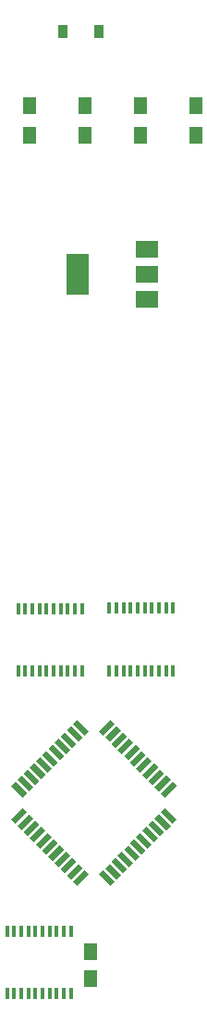
<source format=gtp>
G04 #@! TF.FileFunction,Paste,Top*
%FSLAX46Y46*%
G04 Gerber Fmt 4.6, Leading zero omitted, Abs format (unit mm)*
G04 Created by KiCad (PCBNEW 4.0.6) date 2017 May 15, Monday 05:11:45*
%MOMM*%
%LPD*%
G01*
G04 APERTURE LIST*
%ADD10C,0.100000*%
%ADD11R,0.398780X1.099820*%
%ADD12R,2.000000X3.800000*%
%ADD13R,2.000000X1.500000*%
%ADD14R,0.900000X1.200000*%
%ADD15R,1.300000X1.500000*%
%ADD16R,1.250000X1.500000*%
G04 APERTURE END LIST*
D10*
G36*
X155134134Y-107755188D02*
X155523042Y-107366280D01*
X156583702Y-108426940D01*
X156194794Y-108815848D01*
X155134134Y-107755188D01*
X155134134Y-107755188D01*
G37*
G36*
X154568449Y-108320874D02*
X154957357Y-107931966D01*
X156018017Y-108992626D01*
X155629109Y-109381534D01*
X154568449Y-108320874D01*
X154568449Y-108320874D01*
G37*
G36*
X154002764Y-108886559D02*
X154391672Y-108497651D01*
X155452332Y-109558311D01*
X155063424Y-109947219D01*
X154002764Y-108886559D01*
X154002764Y-108886559D01*
G37*
G36*
X153437078Y-109452244D02*
X153825986Y-109063336D01*
X154886646Y-110123996D01*
X154497738Y-110512904D01*
X153437078Y-109452244D01*
X153437078Y-109452244D01*
G37*
G36*
X152871393Y-110017930D02*
X153260301Y-109629022D01*
X154320961Y-110689682D01*
X153932053Y-111078590D01*
X152871393Y-110017930D01*
X152871393Y-110017930D01*
G37*
G36*
X152305707Y-110583615D02*
X152694615Y-110194707D01*
X153755275Y-111255367D01*
X153366367Y-111644275D01*
X152305707Y-110583615D01*
X152305707Y-110583615D01*
G37*
G36*
X151740022Y-111149301D02*
X152128930Y-110760393D01*
X153189590Y-111821053D01*
X152800682Y-112209961D01*
X151740022Y-111149301D01*
X151740022Y-111149301D01*
G37*
G36*
X151174336Y-111714986D02*
X151563244Y-111326078D01*
X152623904Y-112386738D01*
X152234996Y-112775646D01*
X151174336Y-111714986D01*
X151174336Y-111714986D01*
G37*
G36*
X150608651Y-112280672D02*
X150997559Y-111891764D01*
X152058219Y-112952424D01*
X151669311Y-113341332D01*
X150608651Y-112280672D01*
X150608651Y-112280672D01*
G37*
G36*
X150042966Y-112846357D02*
X150431874Y-112457449D01*
X151492534Y-113518109D01*
X151103626Y-113907017D01*
X150042966Y-112846357D01*
X150042966Y-112846357D01*
G37*
G36*
X149477280Y-113412042D02*
X149866188Y-113023134D01*
X150926848Y-114083794D01*
X150537940Y-114472702D01*
X149477280Y-113412042D01*
X149477280Y-113412042D01*
G37*
G36*
X149866188Y-116876866D02*
X149477280Y-116487958D01*
X150537940Y-115427298D01*
X150926848Y-115816206D01*
X149866188Y-116876866D01*
X149866188Y-116876866D01*
G37*
G36*
X150431874Y-117442551D02*
X150042966Y-117053643D01*
X151103626Y-115992983D01*
X151492534Y-116381891D01*
X150431874Y-117442551D01*
X150431874Y-117442551D01*
G37*
G36*
X150997559Y-118008236D02*
X150608651Y-117619328D01*
X151669311Y-116558668D01*
X152058219Y-116947576D01*
X150997559Y-118008236D01*
X150997559Y-118008236D01*
G37*
G36*
X151563244Y-118573922D02*
X151174336Y-118185014D01*
X152234996Y-117124354D01*
X152623904Y-117513262D01*
X151563244Y-118573922D01*
X151563244Y-118573922D01*
G37*
G36*
X152128930Y-119139607D02*
X151740022Y-118750699D01*
X152800682Y-117690039D01*
X153189590Y-118078947D01*
X152128930Y-119139607D01*
X152128930Y-119139607D01*
G37*
G36*
X152694615Y-119705293D02*
X152305707Y-119316385D01*
X153366367Y-118255725D01*
X153755275Y-118644633D01*
X152694615Y-119705293D01*
X152694615Y-119705293D01*
G37*
G36*
X153260301Y-120270978D02*
X152871393Y-119882070D01*
X153932053Y-118821410D01*
X154320961Y-119210318D01*
X153260301Y-120270978D01*
X153260301Y-120270978D01*
G37*
G36*
X153825986Y-120836664D02*
X153437078Y-120447756D01*
X154497738Y-119387096D01*
X154886646Y-119776004D01*
X153825986Y-120836664D01*
X153825986Y-120836664D01*
G37*
G36*
X154391672Y-121402349D02*
X154002764Y-121013441D01*
X155063424Y-119952781D01*
X155452332Y-120341689D01*
X154391672Y-121402349D01*
X154391672Y-121402349D01*
G37*
G36*
X154957357Y-121968034D02*
X154568449Y-121579126D01*
X155629109Y-120518466D01*
X156018017Y-120907374D01*
X154957357Y-121968034D01*
X154957357Y-121968034D01*
G37*
G36*
X155523042Y-122533720D02*
X155134134Y-122144812D01*
X156194794Y-121084152D01*
X156583702Y-121473060D01*
X155523042Y-122533720D01*
X155523042Y-122533720D01*
G37*
G36*
X157538298Y-121473060D02*
X157927206Y-121084152D01*
X158987866Y-122144812D01*
X158598958Y-122533720D01*
X157538298Y-121473060D01*
X157538298Y-121473060D01*
G37*
G36*
X158103983Y-120907374D02*
X158492891Y-120518466D01*
X159553551Y-121579126D01*
X159164643Y-121968034D01*
X158103983Y-120907374D01*
X158103983Y-120907374D01*
G37*
G36*
X158669668Y-120341689D02*
X159058576Y-119952781D01*
X160119236Y-121013441D01*
X159730328Y-121402349D01*
X158669668Y-120341689D01*
X158669668Y-120341689D01*
G37*
G36*
X159235354Y-119776004D02*
X159624262Y-119387096D01*
X160684922Y-120447756D01*
X160296014Y-120836664D01*
X159235354Y-119776004D01*
X159235354Y-119776004D01*
G37*
G36*
X159801039Y-119210318D02*
X160189947Y-118821410D01*
X161250607Y-119882070D01*
X160861699Y-120270978D01*
X159801039Y-119210318D01*
X159801039Y-119210318D01*
G37*
G36*
X160366725Y-118644633D02*
X160755633Y-118255725D01*
X161816293Y-119316385D01*
X161427385Y-119705293D01*
X160366725Y-118644633D01*
X160366725Y-118644633D01*
G37*
G36*
X160932410Y-118078947D02*
X161321318Y-117690039D01*
X162381978Y-118750699D01*
X161993070Y-119139607D01*
X160932410Y-118078947D01*
X160932410Y-118078947D01*
G37*
G36*
X161498096Y-117513262D02*
X161887004Y-117124354D01*
X162947664Y-118185014D01*
X162558756Y-118573922D01*
X161498096Y-117513262D01*
X161498096Y-117513262D01*
G37*
G36*
X162063781Y-116947576D02*
X162452689Y-116558668D01*
X163513349Y-117619328D01*
X163124441Y-118008236D01*
X162063781Y-116947576D01*
X162063781Y-116947576D01*
G37*
G36*
X162629466Y-116381891D02*
X163018374Y-115992983D01*
X164079034Y-117053643D01*
X163690126Y-117442551D01*
X162629466Y-116381891D01*
X162629466Y-116381891D01*
G37*
G36*
X163195152Y-115816206D02*
X163584060Y-115427298D01*
X164644720Y-116487958D01*
X164255812Y-116876866D01*
X163195152Y-115816206D01*
X163195152Y-115816206D01*
G37*
G36*
X163584060Y-114472702D02*
X163195152Y-114083794D01*
X164255812Y-113023134D01*
X164644720Y-113412042D01*
X163584060Y-114472702D01*
X163584060Y-114472702D01*
G37*
G36*
X163018374Y-113907017D02*
X162629466Y-113518109D01*
X163690126Y-112457449D01*
X164079034Y-112846357D01*
X163018374Y-113907017D01*
X163018374Y-113907017D01*
G37*
G36*
X162452689Y-113341332D02*
X162063781Y-112952424D01*
X163124441Y-111891764D01*
X163513349Y-112280672D01*
X162452689Y-113341332D01*
X162452689Y-113341332D01*
G37*
G36*
X161887004Y-112775646D02*
X161498096Y-112386738D01*
X162558756Y-111326078D01*
X162947664Y-111714986D01*
X161887004Y-112775646D01*
X161887004Y-112775646D01*
G37*
G36*
X161321318Y-112209961D02*
X160932410Y-111821053D01*
X161993070Y-110760393D01*
X162381978Y-111149301D01*
X161321318Y-112209961D01*
X161321318Y-112209961D01*
G37*
G36*
X160755633Y-111644275D02*
X160366725Y-111255367D01*
X161427385Y-110194707D01*
X161816293Y-110583615D01*
X160755633Y-111644275D01*
X160755633Y-111644275D01*
G37*
G36*
X160189947Y-111078590D02*
X159801039Y-110689682D01*
X160861699Y-109629022D01*
X161250607Y-110017930D01*
X160189947Y-111078590D01*
X160189947Y-111078590D01*
G37*
G36*
X159624262Y-110512904D02*
X159235354Y-110123996D01*
X160296014Y-109063336D01*
X160684922Y-109452244D01*
X159624262Y-110512904D01*
X159624262Y-110512904D01*
G37*
G36*
X159058576Y-109947219D02*
X158669668Y-109558311D01*
X159730328Y-108497651D01*
X160119236Y-108886559D01*
X159058576Y-109947219D01*
X159058576Y-109947219D01*
G37*
G36*
X158492891Y-109381534D02*
X158103983Y-108992626D01*
X159164643Y-107931966D01*
X159553551Y-108320874D01*
X158492891Y-109381534D01*
X158492891Y-109381534D01*
G37*
G36*
X157927206Y-108815848D02*
X157538298Y-108426940D01*
X158598958Y-107366280D01*
X158987866Y-107755188D01*
X157927206Y-108815848D01*
X157927206Y-108815848D01*
G37*
D11*
X158480760Y-102870000D03*
X159131000Y-102870000D03*
X159781240Y-102870000D03*
X160431480Y-102870000D03*
X161081720Y-102870000D03*
X161726880Y-102870000D03*
X162377120Y-102870000D03*
X163027360Y-102870000D03*
X163677600Y-102870000D03*
X164327840Y-102870000D03*
X164327840Y-97170240D03*
X163677600Y-97170240D03*
X163027360Y-97170240D03*
X162377120Y-97170240D03*
X161726880Y-97170240D03*
X161081720Y-97170240D03*
X160431480Y-97170240D03*
X159781240Y-97170240D03*
X159131000Y-97170240D03*
X158480760Y-97170240D03*
X150124160Y-102925880D03*
X150774400Y-102925880D03*
X151424640Y-102925880D03*
X152074880Y-102925880D03*
X152725120Y-102925880D03*
X153370280Y-102925880D03*
X154020520Y-102925880D03*
X154670760Y-102925880D03*
X155321000Y-102925880D03*
X155971240Y-102925880D03*
X155971240Y-97226120D03*
X155321000Y-97226120D03*
X154670760Y-97226120D03*
X154020520Y-97226120D03*
X153370280Y-97226120D03*
X152725120Y-97226120D03*
X152074880Y-97226120D03*
X151424640Y-97226120D03*
X150774400Y-97226120D03*
X150124160Y-97226120D03*
X154955240Y-126690120D03*
X154305000Y-126690120D03*
X153654760Y-126690120D03*
X153004520Y-126690120D03*
X152354280Y-126690120D03*
X151709120Y-126690120D03*
X151058880Y-126690120D03*
X150408640Y-126690120D03*
X149758400Y-126690120D03*
X149108160Y-126690120D03*
X149108160Y-132389880D03*
X149758400Y-132389880D03*
X150408640Y-132389880D03*
X151058880Y-132389880D03*
X151709120Y-132389880D03*
X152354280Y-132389880D03*
X153004520Y-132389880D03*
X153654760Y-132389880D03*
X154305000Y-132389880D03*
X154955240Y-132389880D03*
D12*
X155600000Y-66675000D03*
D13*
X161900000Y-66675000D03*
X161900000Y-64375000D03*
X161900000Y-68975000D03*
D14*
X154180000Y-44450000D03*
X157480000Y-44450000D03*
D15*
X161290000Y-53960000D03*
X161290000Y-51260000D03*
X151130000Y-53960000D03*
X151130000Y-51260000D03*
X156210000Y-53960000D03*
X156210000Y-51260000D03*
X166370000Y-53960000D03*
X166370000Y-51260000D03*
D16*
X156718000Y-131024000D03*
X156718000Y-128524000D03*
M02*

</source>
